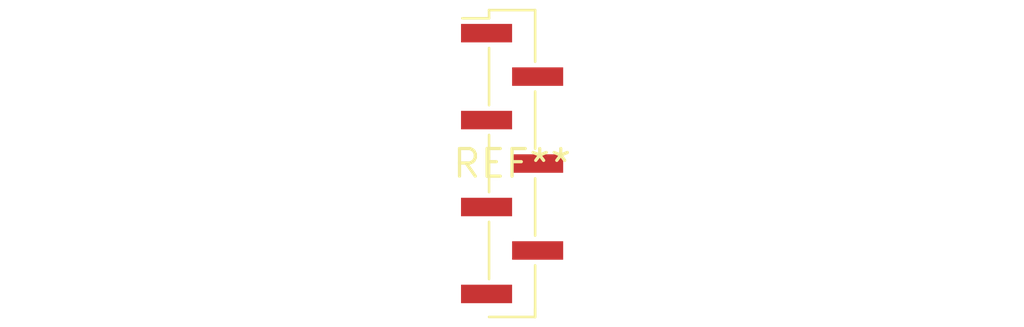
<source format=kicad_pcb>
(kicad_pcb (version 20240108) (generator pcbnew)
  (layers (0 "F.Cu" signal) (31 "B.Cu" signal) (34 "B.Paste" user) (35 "F.Paste" user) (36 "B.SilkS" user "B.Silkscreen") (37 "F.SilkS" user "F.Silkscreen") (38 "B.Mask" user) (39 "F.Mask" user) (44 "Edge.Cuts" user))
  (net 0 "")
  (footprint "PinHeader_1x07_P2.00mm_Vertical_SMD_Pin1Left" (layer "F.Cu") (at 0 0)
    (property "Reference" "REF**")
    (property "Value" "PinHeader_1x07_P2.00mm_Vertical_SMD_Pin1Left")
    (fp_line (start -1.06 -7.06) (end -1.06 -6.685) (layer "F.SilkS") (stroke (width 0.12)))
    (fp_line (start -1.06 -7.06) (end 1.06 -7.06) (layer "F.SilkS") (stroke (width 0.12)))
    (fp_line (start -1.06 -6.685) (end -2.29 -6.685) (layer "F.SilkS") (stroke (width 0.12)))
    (fp_line (start -1.06 -5.315) (end -1.06 -2.685) (layer "F.SilkS") (stroke (width 0.12)))
    (fp_line (start -1.06 -1.315) (end -1.06 1.315) (layer "F.SilkS") (stroke (width 0.12)))
    (fp_line (start -1.06 2.685) (end -1.06 5.315) (layer "F.SilkS") (stroke (width 0.12)))
    (fp_line (start -1.06 7.06) (end 1.06 7.06) (layer "F.SilkS") (stroke (width 0.12)))
    (fp_line (start 1.06 -7.06) (end 1.06 -4.685) (layer "F.SilkS") (stroke (width 0.12)))
    (fp_line (start 1.06 -3.315) (end 1.06 -0.685) (layer "F.SilkS") (stroke (width 0.12)))
    (fp_line (start 1.06 0.685) (end 1.06 3.315) (layer "F.SilkS") (stroke (width 0.12)))
    (fp_line (start 1.06 4.685) (end 1.06 7.06) (layer "F.SilkS") (stroke (width 0.12)))
    (fp_line (start 1.06 6.685) (end 1.06 7.06) (layer "F.SilkS") (stroke (width 0.12)))
    (pad "1" smd rect (at -1.175 -6) (size 2.35 0.85) (layers "F.Cu" "F.Paste" "F.Mask"))
    (pad "2" smd rect (at 1.175 -4) (size 2.35 0.85) (layers "F.Cu" "F.Paste" "F.Mask"))
    (pad "3" smd rect (at -1.175 -2) (size 2.35 0.85) (layers "F.Cu" "F.Paste" "F.Mask"))
    (pad "4" smd rect (at 1.175 0) (size 2.35 0.85) (layers "F.Cu" "F.Paste" "F.Mask"))
    (pad "5" smd rect (at -1.175 2) (size 2.35 0.85) (layers "F.Cu" "F.Paste" "F.Mask"))
    (pad "6" smd rect (at 1.175 4) (size 2.35 0.85) (layers "F.Cu" "F.Paste" "F.Mask"))
    (pad "7" smd rect (at -1.175 6) (size 2.35 0.85) (layers "F.Cu" "F.Paste" "F.Mask"))
  )
)
</source>
